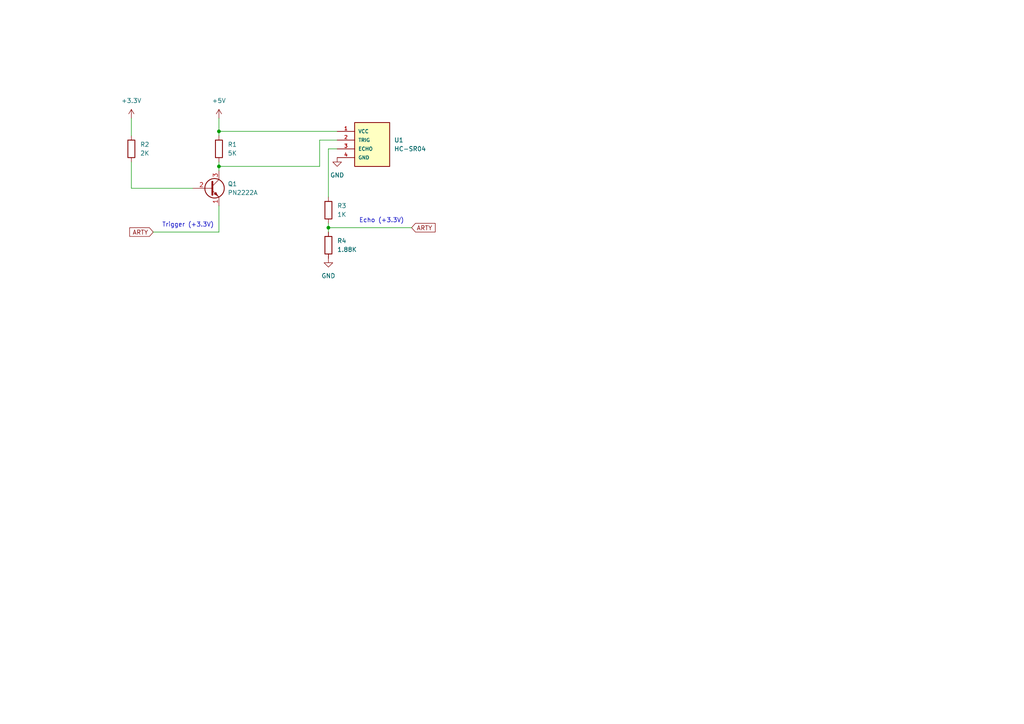
<source format=kicad_sch>
(kicad_sch (version 20230121) (generator eeschema)
  (paper "A4")
  (title_block (title "autoDistance") (date "2023-10-28") (rev "A"))
  (lib_symbols
    (symbol "Device:R" (pin_numbers hide) (pin_names (offset 0))
      (property "Reference" "R" (at 2.032 0 90))
      (property "Value" "R" (at 0 0 90))
      (symbol "R_0_1"
        (rectangle (start -1.016 -2.54) (end 1.016 2.54) (stroke (width 0.254)))
      )
      (symbol "R_1_1"
        (pin passive line (at 0 3.81 270) (length 1.27) (name "~") (number "1"))
        (pin passive line (at 0 -3.81 90) (length 1.27) (name "~") (number "2"))
      )
    )
    (symbol "Transistor_BJT:PN2222A" (pin_names (offset 0) hide)
      (property "Reference" "Q" (at 5.08 1.905 0))
      (property "Value" "PN2222A" (at 5.08 0 0))
      (symbol "PN2222A_0_1"
        (polyline (pts (xy 0 0) (xy 0.635 0)))
        (polyline (pts (xy 2.54 -2.54) (xy 0.635 -0.635)))
        (polyline (pts (xy 2.54 2.54) (xy 0.635 0.635)))
        (polyline (pts (xy 0.635 1.905) (xy 0.635 -1.905) (xy 0.635 -1.905)) (stroke (width 0.508)))
        (polyline (pts (xy 2.413 -2.413) (xy 1.905 -1.905) (xy 1.905 -1.905)))
        (polyline (pts (xy 1.143 -1.651) (xy 1.651 -1.143) (xy 2.159 -2.159) (xy 1.143 -1.651) (xy 1.143 -1.651)) (fill (type outline)))
        (circle (center 1.27 0) (radius 2.8194) (stroke (width 0.254)))
      )
      (symbol "PN2222A_1_1"
        (pin passive line (at 2.54 -5.08 90) (length 2.54) (name "E") (number "1"))
        (pin input line (at -5.08 0 0) (length 5.08) (name "B") (number "2"))
        (pin passive line (at 2.54 5.08 270) (length 2.54) (name "C") (number "3"))
      )
    )
    (symbol "mySensors:HC-SR04" (pin_names (offset 1.016))
      (property "Reference" "U" (at 0 5.0813 0))
      (property "Value" "HC-SR04" (at 0 -10.163 0))
      (symbol "HC-SR04_0_0"
        (rectangle (start 0 -7.62) (end 10.16 5.08) (stroke (width 0.254)) (fill (type background)))
        (pin power_in line (at -5.08 2.54 0) (length 5.08) (name "VCC") (number "1"))
        (pin bidirectional line (at -5.08 0 0) (length 5.08) (name "TRIG") (number "2"))
        (pin bidirectional line (at -5.08 -2.54 0) (length 5.08) (name "ECHO") (number "3"))
        (pin power_in line (at -5.08 -5.08 0) (length 5.08) (name "GND") (number "4"))
      )
    )
    (symbol "power:+3.3V" (power) (pin_names (offset 0))
      (property "Value" "+3.3V" (at 0 3.556 0))
      (symbol "+3.3V_0_1"
        (polyline (pts (xy -0.762 1.27) (xy 0 2.54)))
        (polyline (pts (xy 0 0) (xy 0 2.54)))
        (polyline (pts (xy 0 2.54) (xy 0.762 1.27)))
      )
      (symbol "+3.3V_1_1"
        (pin power_in line (at 0 0 90) (length 0) hide (name "+3.3V") (number "1"))
      )
    )
    (symbol "power:+5V" (power) (pin_names (offset 0))
      (property "Value" "+5V" (at 0 3.556 0))
      (symbol "+5V_0_1"
        (polyline (pts (xy -0.762 1.27) (xy 0 2.54)))
        (polyline (pts (xy 0 0) (xy 0 2.54)))
        (polyline (pts (xy 0 2.54) (xy 0.762 1.27)))
      )
      (symbol "+5V_1_1"
        (pin power_in line (at 0 0 90) (length 0) hide (name "+5V") (number "1"))
      )
    )
    (symbol "power:GND" (power) (pin_names (offset 0))
      (property "Value" "GND" (at 0 -3.81 0))
      (symbol "GND_0_1"
        (polyline (pts (xy 0 0) (xy 0 -1.27) (xy 1.27 -1.27) (xy 0 -2.54) (xy -1.27 -1.27) (xy 0 -1.27)))
      )
      (symbol "GND_1_1"
        (pin power_in line (at 0 0 270) (length 0) hide (name "GND") (number "1"))
      )
    )
  )
  (junction (at 63.5 48.26))
  (junction (at 63.5 38.1))
  (junction (at 95.25 66.04))
  (wire (pts (xy 63.5 67.31) (xy 63.5 59.69)))
  (wire (pts (xy 63.5 39.37) (xy 63.5 38.1)))
  (wire (pts (xy 92.71 40.64) (xy 92.71 48.26)))
  (wire (pts (xy 55.88 54.61) (xy 38.1 54.61)))
  (wire (pts (xy 97.79 43.18) (xy 95.25 43.18)))
  (wire (pts (xy 63.5 48.26) (xy 63.5 49.53)))
  (wire (pts (xy 44.45 67.31) (xy 63.5 67.31)))
  (wire (pts (xy 38.1 54.61) (xy 38.1 46.99)))
  (wire (pts (xy 63.5 38.1) (xy 63.5 34.29)))
  (wire (pts (xy 63.5 38.1) (xy 97.79 38.1)))
  (wire (pts (xy 97.79 40.64) (xy 92.71 40.64)))
  (wire (pts (xy 95.25 64.77) (xy 95.25 66.04)))
  (wire (pts (xy 63.5 46.99) (xy 63.5 48.26)))
  (wire (pts (xy 95.25 66.04) (xy 119.38 66.04)))
  (wire (pts (xy 38.1 39.37) (xy 38.1 34.29)))
  (wire (pts (xy 63.5 48.26) (xy 92.71 48.26)))
  (wire (pts (xy 95.25 43.18) (xy 95.25 57.15)))
  (wire (pts (xy 95.25 66.04) (xy 95.25 67.31)))
  (text "Echo (+3.3V)" (at 104.14 64.77 0) (effects (font (size 1.27 1.27)) (justify left bottom)))
  (text "Trigger (+3.3V)" (at 46.99 66.04 0) (effects (font (size 1.27 1.27)) (justify left bottom)))
  (global_label "ARTY" (shape input) (at 44.45 67.31 180) (property "Intersheetrefs" "${INTERSHEET_REFS}" (effects hide)))
  (global_label "ARTY" (shape input) (at 119.38 66.04 0) (property "Intersheetrefs" "${INTERSHEET_REFS}" (effects hide)))
  (symbol (lib_id "power:+3.3V") (at 38.1 34.29 0) (unit 1)
    (property "Reference" "#PWR02" (effects hide))
    (property "Value" "+3.3V" (at 38.1 29.21 0))
  )
  (symbol (lib_id "Device:R") (at 95.25 71.12 0) (unit 1)
    (property "Reference" "R4" (at 97.79 69.85 0) (effects (justify left)))
    (property "Value" "1.88K" (at 97.79 72.39 0) (effects (justify left)))
  )
  (symbol (lib_id "power:GND") (at 97.79 45.72 0) (unit 1)
    (property "Reference" "#PWR03" (effects hide))
    (property "Value" "GND" (at 97.79 50.8 0))
  )
  (symbol (lib_id "power:+5V") (at 63.5 34.29 0) (unit 1)
    (property "Reference" "#PWR01" (effects hide))
    (property "Value" "+5V" (at 63.5 29.21 0))
  )
  (symbol (lib_id "Device:R") (at 95.25 60.96 0) (unit 1)
    (property "Reference" "R3" (at 97.79 59.69 0) (effects (justify left)))
    (property "Value" "1K" (at 97.79 62.23 0) (effects (justify left)))
  )
  (symbol (lib_id "Transistor_BJT:PN2222A") (at 60.96 54.61 0) (unit 1)
    (property "Reference" "Q1" (at 66.04 53.34 0) (effects (justify left)))
    (property "Value" "PN2222A" (at 66.04 55.88 0) (effects (justify left)))
    (property "Footprint" "Package_TO_SOT_THT:TO-92_Inline" (effects hide))
    (property "Datasheet" "https://www.onsemi.com/pub/Collateral/PN2222-D.PDF" (effects hide))
  )
  (symbol (lib_id "mySensors:HC-SR04") (at 102.87 40.64 0) (unit 1)
    (property "Reference" "U1" (at 114.3 40.64 0) (effects (justify left)))
    (property "Value" "HC-SR04" (at 114.3 43.18 0) (effects (justify left)))
    (property "Footprint" "HC-SR04:XCVR_HC-SR04" (effects hide))
    (property "MF" "OSEPP Electronics" (effects hide))
    (property "Description" "\nUltrasonic Sensor Module,Rectangular,20-4000 mm,5 V,15 mA,Arduino Compatible | OSEPP HC-SR04\n" (effects hide))
    (property "Package" "None" (effects hide))
    (property "Price" "None" (effects hide))
    (property "Check_prices" "https://www.snapeda.com/parts/HC-SR04/Applied+Avionics/view-part/?ref=eda" (effects hide))
    (property "SnapEDA_Link" "https://www.snapeda.com/parts/HC-SR04/Applied+Avionics/view-part/?ref=snap" (effects hide))
    (property "MP" "HC-SR04" (effects hide))
    (property "Purchase-URL" "https://www.snapeda.com/api/url_track_click_mouser/?unipart_id=4502985&manufacturer=OSEPP Electronics&part_name=HC-SR04&search_term=hcsr04" (effects hide))
    (property "Availability" "In Stock" (effects hide))
    (property "MANUFACTURER" "Osepp" (effects hide))
  )
  (symbol (lib_id "Device:R") (at 38.1 43.18 180) (unit 1)
    (property "Reference" "R2" (at 40.64 41.91 0) (effects (justify right)))
    (property "Value" "2K" (at 40.64 44.45 0) (effects (justify right)))
  )
  (symbol (lib_id "Device:R") (at 63.5 43.18 0) (unit 1)
    (property "Reference" "R1" (at 66.04 41.91 0) (effects (justify left)))
    (property "Value" "5K" (at 66.04 44.45 0) (effects (justify left)))
  )
  (symbol (lib_id "power:GND") (at 95.25 74.93 0) (unit 1)
    (property "Reference" "#PWR04" (effects hide))
    (property "Value" "GND" (at 95.25 80.01 0))
  )
)
</source>
